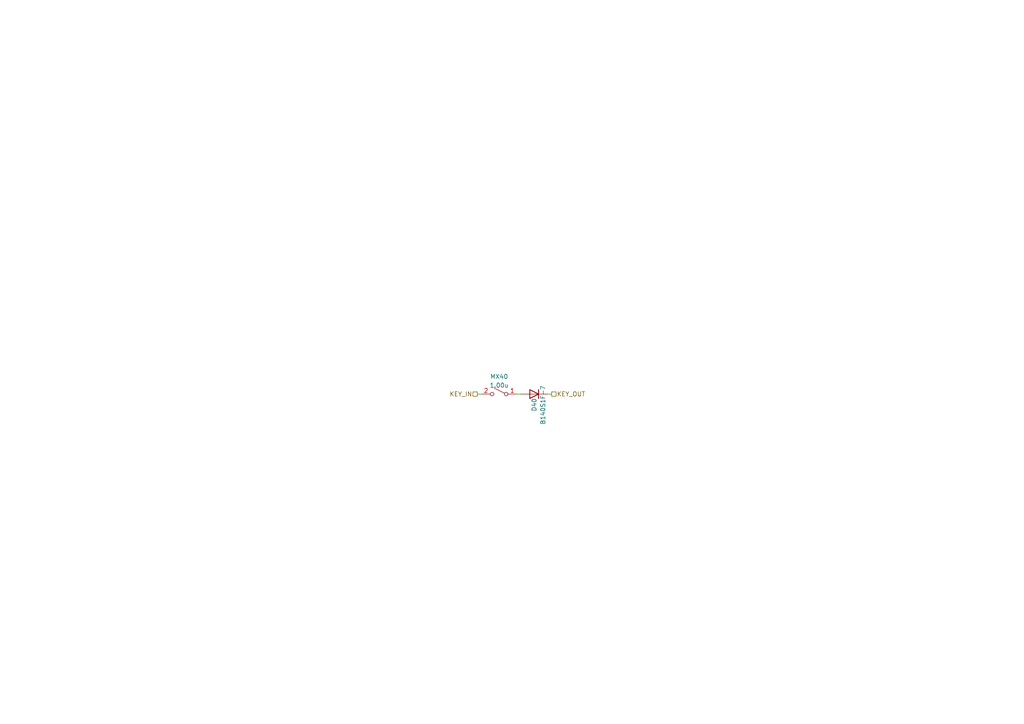
<source format=kicad_sch>
(kicad_sch (version 20250114) (generator "eeschema") (generator_version "9.0")
  (paper "A4")
  (lib_symbols
    (symbol "keyboard:diode" (pin_numbers (hide yes)) (pin_names (hide yes))
      (property "Reference" "D" (at 0 2.54 0))
      (property "Value" "1N4148" (at 0 -2.54 0))
      (symbol "diode_0_1"
        (polyline (pts (xy -1.27 1.27) (xy -1.27 -1.27)) (stroke (width 0.254)))
        (polyline (pts (xy 1.27 1.27) (xy 1.27 -1.27) (xy -1.27 0) (xy 1.27 1.27)) (stroke (width 0.254)))
        (polyline (pts (xy 1.27 0) (xy -1.27 0)))
      )
      (symbol "diode_1_1"
        (pin passive line (at -3.81 0 0) (length 2.54) (name "K") (number "1"))
        (pin passive line (at 3.81 0 180) (length 2.54) (name "A") (number "2"))
      )
    )
    (symbol "keyboard:switch" (pin_names (offset 0) (hide yes))
      (property "Reference" "MX103" (at 0 5.08 0))
      (property "Value" "1.00u" (at 0 2.54 0))
      (symbol "switch_0_0"
        (circle (center -2.032 0) (radius 0.508))
        (polyline (pts (xy -1.524 0.254) (xy 1.524 1.778)))
        (circle (center 2.032 0) (radius 0.508))
      )
      (symbol "switch_1_1"
        (pin passive line (at -5.08 0 0) (length 2.54) (name "A") (number "1"))
        (pin passive line (at 5.08 0 180) (length 2.54) (name "B") (number "2"))
      )
    )
  )
  (wire (pts (xy 158.75 114.3) (xy 160.02 114.3)))
  (wire (pts (xy 138.43 114.3) (xy 139.7 114.3)))
  (wire (pts (xy 151.13 114.3) (xy 149.86 114.3)))
  (hierarchical_label "KEY_OUT" (shape passive) (at 160.02 114.3 0))
  (hierarchical_label "KEY_IN" (shape passive) (at 138.43 114.3 180))
  (symbol (lib_id "keyboard:switch") (at 144.78 114.3 0) (mirror y) (unit 1)
    (property "Reference" "MX11" (at 144.78 109.22 0))
    (property "Value" "1.00u" (at 144.78 111.76 0))
    (property "Footprint" "key-switches:SW_Gateron_LowProfile_HotSwap_PTH" (effects (hide yes)))
    (instances (project "zmk-g915" (path "" (reference "MX40") (unit 1)) (path "" (reference "MX53") (unit 1)) (path "" (reference "MX13") (unit 1)) (path "" (reference "MX115") (unit 1)) (path "" (reference "MX15") (unit 1)) (path "" (reference "MX85") (unit 1)) (path "" (reference "MX48") (unit 1)) (path "" (reference "MX101") (unit 1)) (path "" (reference "MX58") (unit 1)) (path "" (reference "MX75") (unit 1)) (path "" (reference "MX112") (unit 1)) (path "" (reference "MX88") (unit 1)) (path "" (reference "MX41") (unit 1)) (path "" (reference "MX92") (unit 1)) (path "" (reference "MX62") (unit 1)) (path "" (reference "MX63") (unit 1)) (path "" (reference "MX12") (unit 1)) (path "" (reference "MX70") (unit 1)) (path "" (reference "MX91") (unit 1)) (path "" (reference "MX118") (unit 1)) (path "" (reference "MX46") (unit 1)) (path "" (reference "MX37") (unit 1)) (path "" (reference "MX19") (unit 1)) (path "" (reference "MX103") (unit 1)) (path "" (reference "MX26") (unit 1)) (path "" (reference "MX74") (unit 1)) (path "" (reference "MX49") (unit 1)) (path "" (reference "MX82") (unit 1)) (path "" (reference "MX83") (unit 1)) (path "" (reference "MX105") (unit 1)) (path "" (reference "MX100") (unit 1)) (path "" (reference "MX59") (unit 1)) (path "" (reference "MX109") (unit 1)) (path "" (reference "MX96") (unit 1)) (path "" (reference "MX39") (unit 1)) (path "" (reference "MX73") (unit 1)) (path "" (reference "MX78") (unit 1)) (path "" (reference "MX32") (unit 1)) (path "" (reference "MX99") (unit 1)) (path "" (reference "MX24") (unit 1)) (path "" (reference "MX38") (unit 1)) (path "" (reference "MX66") (unit 1)) (path "" (reference "MX110") (unit 1)) (path "" (reference "MX61") (unit 1)) (path "" (reference "MX80") (unit 1)) (path "" (reference "MX14") (unit 1)) (path "" (reference "MX107") (unit 1)) (path "" (reference "MX47") (unit 1)) (path "" (reference "MX35") (unit 1)) (path "" (reference "MX64") (unit 1)) (path "" (reference "MX50") (unit 1)) (path "" (reference "MX111") (unit 1)) (path "" (reference "MX43") (unit 1)) (path "" (reference "MX116") (unit 1)) (path "" (reference "MX104") (unit 1)) (path "" (reference "MX113") (unit 1)) (path "" (reference "MX106") (unit 1)) (path "" (reference "MX25") (unit 1)) (path "" (reference "MX81") (unit 1)) (path "" (reference "MX33") (unit 1)) (path "" (reference "MX55") (unit 1)) (path "" (reference "MX71") (unit 1)) (path "" (reference "MX114") (unit 1)) (path "" (reference "MX76") (unit 1)) (path "" (reference "MX87") (unit 1)) (path "" (reference "MX11") (unit 1)) (path "" (reference "MX67") (unit 1)) (path "" (reference "MX17") (unit 1)) (path "" (reference "MX21") (unit 1)) (path "" (reference "MX72") (unit 1)) (path "" (reference "MX22") (unit 1)) (path "" (reference "MX36") (unit 1)) (path "" (reference "MX69") (unit 1)) (path "" (reference "MX65") (unit 1)) (path "" (reference "MX89") (unit 1)) (path "" (reference "MX42") (unit 1)) (path "" (reference "MX44") (unit 1)) (path "" (reference "MX79") (unit 1)) (path "" (reference "MX20") (unit 1)) (path "" (reference "MX93") (unit 1)) (path "" (reference "MX86") (unit 1)) (path "" (reference "MX117") (unit 1)) (path "" (reference "MX84") (unit 1)) (path "" (reference "MX31") (unit 1)) (path "" (reference "MX52") (unit 1)) (path "" (reference "MX51") (unit 1)) (path "" (reference "MX102") (unit 1)) (path "" (reference "MX108") (unit 1)) (path "" (reference "MX16") (unit 1)) (path "" (reference "MX56") (unit 1)) (path "" (reference "MX95") (unit 1)) (path "" (reference "MX54") (unit 1)) (path "" (reference "MX45") (unit 1)) (path "" (reference "MX57") (unit 1)) (path "" (reference "MX94") (unit 1)) (path "" (reference "MX34") (unit 1)) (path "" (reference "MX60") (unit 1)) (path "" (reference "MX97") (unit 1)) (path "" (reference "MX68") (unit 1)) (path "" (reference "MX18") (unit 1)) (path "" (reference "MX98") (unit 1)) (path "" (reference "MX77") (unit 1)) (path "" (reference "MX23") (unit 1)) (path "" (reference "MX90") (unit 1))))
  )
  (symbol (lib_id "keyboard:diode") (at 154.94 114.3 180) (unit 1)
    (property "Reference" "D11" (at 154.94 119.38 90) (effects (justify right)))
    (property "Value" "B140S1F-7" (at 157.48 123.19 90) (effects (justify right)))
    (property "Footprint" "keyboard:D_SOD-123F" (effects (hide yes)))
    (property "Datasheet" "https://datasheet.lcsc.com/lcsc/1811061725_ST-Semtech-1N4148W_C81598.pdf" (effects (hide yes)))
    (property "PN" "1N4148W" (effects (hide yes)))
    (property "LCSC Part Number" "C81598" (effects (hide yes)))
    (property "LCSC link" "https://www.lcsc.com/product-detail/Switching-Diode_ST-Semtech-1N4148W_C81598.html" (effects (hide yes)))
    (instances (project "zmk-g915" (path "" (reference "D40") (unit 1)) (path "" (reference "D53") (unit 1)) (path "" (reference "D13") (unit 1)) (path "" (reference "D115") (unit 1)) (path "" (reference "D15") (unit 1)) (path "" (reference "D85") (unit 1)) (path "" (reference "D48") (unit 1)) (path "" (reference "D101") (unit 1)) (path "" (reference "D58") (unit 1)) (path "" (reference "D75") (unit 1)) (path "" (reference "D112") (unit 1)) (path "" (reference "D88") (unit 1)) (path "" (reference "D41") (unit 1)) (path "" (reference "D92") (unit 1)) (path "" (reference "D62") (unit 1)) (path "" (reference "D63") (unit 1)) (path "" (reference "D12") (unit 1)) (path "" (reference "D70") (unit 1)) (path "" (reference "D91") (unit 1)) (path "" (reference "D118") (unit 1)) (path "" (reference "D46") (unit 1)) (path "" (reference "D37") (unit 1)) (path "" (reference "D19") (unit 1)) (path "" (reference "D103") (unit 1)) (path "" (reference "D26") (unit 1)) (path "" (reference "D74") (unit 1)) (path "" (reference "D49") (unit 1)) (path "" (reference "D82") (unit 1)) (path "" (reference "D83") (unit 1)) (path "" (reference "D105") (unit 1)) (path "" (reference "D100") (unit 1)) (path "" (reference "D59") (unit 1)) (path "" (reference "D109") (unit 1)) (path "" (reference "D96") (unit 1)) (path "" (reference "D39") (unit 1)) (path "" (reference "D73") (unit 1)) (path "" (reference "D78") (unit 1)) (path "" (reference "D32") (unit 1)) (path "" (reference "D99") (unit 1)) (path "" (reference "D24") (unit 1)) (path "" (reference "D38") (unit 1)) (path "" (reference "D66") (unit 1)) (path "" (reference "D110") (unit 1)) (path "" (reference "D61") (unit 1)) (path "" (reference "D80") (unit 1)) (path "" (reference "D14") (unit 1)) (path "" (reference "D107") (unit 1)) (path "" (reference "D47") (unit 1)) (path "" (reference "D35") (unit 1)) (path "" (reference "D64") (unit 1)) (path "" (reference "D50") (unit 1)) (path "" (reference "D111") (unit 1)) (path "" (reference "D43") (unit 1)) (path "" (reference "D116") (unit 1)) (path "" (reference "D104") (unit 1)) (path "" (reference "D113") (unit 1)) (path "" (reference "D106") (unit 1)) (path "" (reference "D25") (unit 1)) (path "" (reference "D81") (unit 1)) (path "" (reference "D33") (unit 1)) (path "" (reference "D55") (unit 1)) (path "" (reference "D71") (unit 1)) (path "" (reference "D114") (unit 1)) (path "" (reference "D76") (unit 1)) (path "" (reference "D87") (unit 1)) (path "" (reference "D11") (unit 1)) (path "" (reference "D67") (unit 1)) (path "" (reference "D17") (unit 1)) (path "" (reference "D21") (unit 1)) (path "" (reference "D72") (unit 1)) (path "" (reference "D22") (unit 1)) (path "" (reference "D36") (unit 1)) (path "" (reference "D69") (unit 1)) (path "" (reference "D65") (unit 1)) (path "" (reference "D89") (unit 1)) (path "" (reference "D42") (unit 1)) (path "" (reference "D44") (unit 1)) (path "" (reference "D79") (unit 1)) (path "" (reference "D20") (unit 1)) (path "" (reference "D93") (unit 1)) (path "" (reference "D86") (unit 1)) (path "" (reference "D117") (unit 1)) (path "" (reference "D84") (unit 1)) (path "" (reference "D31") (unit 1)) (path "" (reference "D52") (unit 1)) (path "" (reference "D51") (unit 1)) (path "" (reference "D102") (unit 1)) (path "" (reference "D108") (unit 1)) (path "" (reference "D16") (unit 1)) (path "" (reference "D56") (unit 1)) (path "" (reference "D95") (unit 1)) (path "" (reference "D54") (unit 1)) (path "" (reference "D45") (unit 1)) (path "" (reference "D57") (unit 1)) (path "" (reference "D94") (unit 1)) (path "" (reference "D34") (unit 1)) (path "" (reference "D60") (unit 1)) (path "" (reference "D97") (unit 1)) (path "" (reference "D68") (unit 1)) (path "" (reference "D18") (unit 1)) (path "" (reference "D98") (unit 1)) (path "" (reference "D77") (unit 1)) (path "" (reference "D23") (unit 1)) (path "" (reference "D90") (unit 1))))
  )
)
</source>
